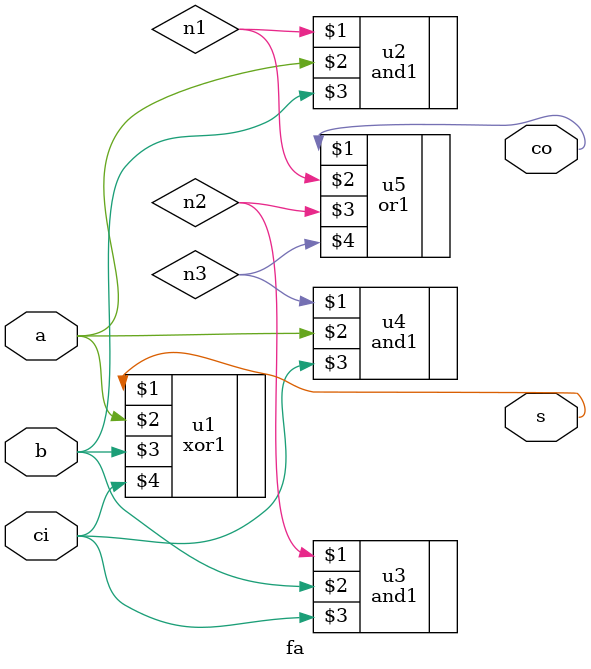
<source format=v>
`timescale 1ns / 1ps


module second(Out,A,B,Sel);
	output [7:0] Out;
	input [7:0] A, B;
	input [1:0] Sel;
	reg [7:0] A_1, B_1, Out_1;
	reg [1:0]Sel_1;

	wire [6:0] Carry;
	wire ovr;
	
	initial
	begin
		A=A_1;
		B=B_1;
		Out=Out_1;
		Sel_1 = 2'b00;
		A_1 = 8'b00000010;
		B_1 = 8'b00000010;
	end
	
	if (Sel_1==00)
	begin
		if (A_1[0]=="0" && B_1[0]=="0")
		begin
			integer t = 0;
			fa FA1(Out_1[7],Carry[6],A[7],B[7],t);
			fa FA2(Out_1[6],Carry[5],A[6],B[6],Carry[6]);
			fa FA3(Out_1[5],Carry[4],A[5],B[5],Carry[5]);
			fa FA4(Out_1[4],Carry[3],A[4],B[4],Carry[4]);
			fa FA5(Out_1[3],Carry[2],A[3],B[3],Carry[3]);
			fa FA6(Out_1[2],Carry[1],A[2],B[2],Carry[2]);
			fa FA7(Out_1[1],Carry[0],A[1],B[1],Carry[1]);
		end
	end
	
	
	
endmodule

module fa(s,co,a,b,ci);
    output s,co;
    input a,b,ci;
    xor1 u1(s,a,b,ci);
    and1 u2(n1,a,b);
    and1 u3(n2,b,ci);
    and1 u4(n3,a,ci);
    or1 u5(co,n1,n2,n3);
endmodule

</source>
